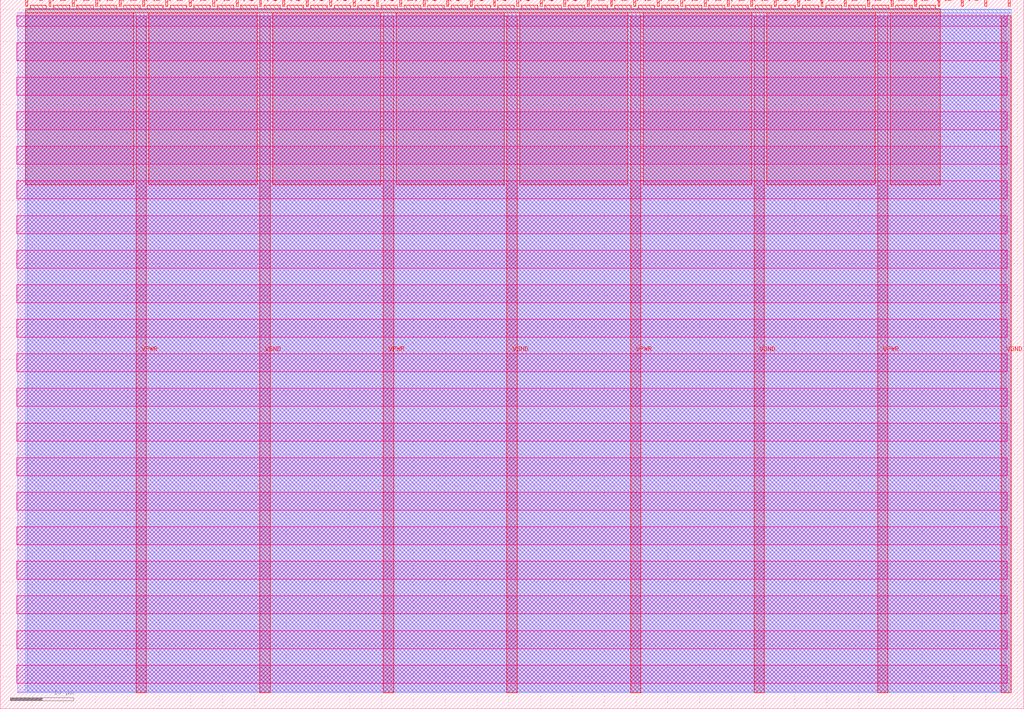
<source format=lef>
VERSION 5.7 ;
  NOWIREEXTENSIONATPIN ON ;
  DIVIDERCHAR "/" ;
  BUSBITCHARS "[]" ;
MACRO tt_um_hpretl_tt06_tdc_v2
  CLASS BLOCK ;
  FOREIGN tt_um_hpretl_tt06_tdc_v2 ;
  ORIGIN 0.000 0.000 ;
  SIZE 161.000 BY 111.520 ;
  PIN VGND
    DIRECTION INOUT ;
    USE GROUND ;
    PORT
      LAYER met4 ;
        RECT 40.830 2.480 42.430 109.040 ;
    END
    PORT
      LAYER met4 ;
        RECT 79.700 2.480 81.300 109.040 ;
    END
    PORT
      LAYER met4 ;
        RECT 118.570 2.480 120.170 109.040 ;
    END
    PORT
      LAYER met4 ;
        RECT 157.440 2.480 159.040 109.040 ;
    END
  END VGND
  PIN VPWR
    DIRECTION INOUT ;
    USE POWER ;
    PORT
      LAYER met4 ;
        RECT 21.395 2.480 22.995 109.040 ;
    END
    PORT
      LAYER met4 ;
        RECT 60.265 2.480 61.865 109.040 ;
    END
    PORT
      LAYER met4 ;
        RECT 99.135 2.480 100.735 109.040 ;
    END
    PORT
      LAYER met4 ;
        RECT 138.005 2.480 139.605 109.040 ;
    END
  END VPWR
  PIN clk
    DIRECTION INPUT ;
    USE SIGNAL ;
    PORT
      LAYER met4 ;
        RECT 154.870 110.520 155.170 111.520 ;
    END
  END clk
  PIN ena
    DIRECTION INPUT ;
    USE SIGNAL ;
    PORT
      LAYER met4 ;
        RECT 158.550 110.520 158.850 111.520 ;
    END
  END ena
  PIN rst_n
    DIRECTION INPUT ;
    USE SIGNAL ;
    PORT
      LAYER met4 ;
        RECT 151.190 110.520 151.490 111.520 ;
    END
  END rst_n
  PIN ui_in[0]
    DIRECTION INPUT ;
    USE SIGNAL ;
    ANTENNAGATEAREA 0.196500 ;
    PORT
      LAYER met4 ;
        RECT 147.510 110.520 147.810 111.520 ;
    END
  END ui_in[0]
  PIN ui_in[1]
    DIRECTION INPUT ;
    USE SIGNAL ;
    ANTENNAGATEAREA 0.196500 ;
    PORT
      LAYER met4 ;
        RECT 143.830 110.520 144.130 111.520 ;
    END
  END ui_in[1]
  PIN ui_in[2]
    DIRECTION INPUT ;
    USE SIGNAL ;
    ANTENNAGATEAREA 0.213000 ;
    PORT
      LAYER met4 ;
        RECT 140.150 110.520 140.450 111.520 ;
    END
  END ui_in[2]
  PIN ui_in[3]
    DIRECTION INPUT ;
    USE SIGNAL ;
    ANTENNAGATEAREA 0.196500 ;
    PORT
      LAYER met4 ;
        RECT 136.470 110.520 136.770 111.520 ;
    END
  END ui_in[3]
  PIN ui_in[4]
    DIRECTION INPUT ;
    USE SIGNAL ;
    ANTENNAGATEAREA 0.213000 ;
    PORT
      LAYER met4 ;
        RECT 132.790 110.520 133.090 111.520 ;
    END
  END ui_in[4]
  PIN ui_in[5]
    DIRECTION INPUT ;
    USE SIGNAL ;
    ANTENNAGATEAREA 0.196500 ;
    PORT
      LAYER met4 ;
        RECT 129.110 110.520 129.410 111.520 ;
    END
  END ui_in[5]
  PIN ui_in[6]
    DIRECTION INPUT ;
    USE SIGNAL ;
    PORT
      LAYER met4 ;
        RECT 125.430 110.520 125.730 111.520 ;
    END
  END ui_in[6]
  PIN ui_in[7]
    DIRECTION INPUT ;
    USE SIGNAL ;
    PORT
      LAYER met4 ;
        RECT 121.750 110.520 122.050 111.520 ;
    END
  END ui_in[7]
  PIN uio_in[0]
    DIRECTION INPUT ;
    USE SIGNAL ;
    PORT
      LAYER met4 ;
        RECT 118.070 110.520 118.370 111.520 ;
    END
  END uio_in[0]
  PIN uio_in[1]
    DIRECTION INPUT ;
    USE SIGNAL ;
    PORT
      LAYER met4 ;
        RECT 114.390 110.520 114.690 111.520 ;
    END
  END uio_in[1]
  PIN uio_in[2]
    DIRECTION INPUT ;
    USE SIGNAL ;
    PORT
      LAYER met4 ;
        RECT 110.710 110.520 111.010 111.520 ;
    END
  END uio_in[2]
  PIN uio_in[3]
    DIRECTION INPUT ;
    USE SIGNAL ;
    PORT
      LAYER met4 ;
        RECT 107.030 110.520 107.330 111.520 ;
    END
  END uio_in[3]
  PIN uio_in[4]
    DIRECTION INPUT ;
    USE SIGNAL ;
    PORT
      LAYER met4 ;
        RECT 103.350 110.520 103.650 111.520 ;
    END
  END uio_in[4]
  PIN uio_in[5]
    DIRECTION INPUT ;
    USE SIGNAL ;
    PORT
      LAYER met4 ;
        RECT 99.670 110.520 99.970 111.520 ;
    END
  END uio_in[5]
  PIN uio_in[6]
    DIRECTION INPUT ;
    USE SIGNAL ;
    PORT
      LAYER met4 ;
        RECT 95.990 110.520 96.290 111.520 ;
    END
  END uio_in[6]
  PIN uio_in[7]
    DIRECTION INPUT ;
    USE SIGNAL ;
    PORT
      LAYER met4 ;
        RECT 92.310 110.520 92.610 111.520 ;
    END
  END uio_in[7]
  PIN uio_oe[0]
    DIRECTION OUTPUT TRISTATE ;
    USE SIGNAL ;
    PORT
      LAYER met4 ;
        RECT 29.750 110.520 30.050 111.520 ;
    END
  END uio_oe[0]
  PIN uio_oe[1]
    DIRECTION OUTPUT TRISTATE ;
    USE SIGNAL ;
    PORT
      LAYER met4 ;
        RECT 26.070 110.520 26.370 111.520 ;
    END
  END uio_oe[1]
  PIN uio_oe[2]
    DIRECTION OUTPUT TRISTATE ;
    USE SIGNAL ;
    PORT
      LAYER met4 ;
        RECT 22.390 110.520 22.690 111.520 ;
    END
  END uio_oe[2]
  PIN uio_oe[3]
    DIRECTION OUTPUT TRISTATE ;
    USE SIGNAL ;
    PORT
      LAYER met4 ;
        RECT 18.710 110.520 19.010 111.520 ;
    END
  END uio_oe[3]
  PIN uio_oe[4]
    DIRECTION OUTPUT TRISTATE ;
    USE SIGNAL ;
    PORT
      LAYER met4 ;
        RECT 15.030 110.520 15.330 111.520 ;
    END
  END uio_oe[4]
  PIN uio_oe[5]
    DIRECTION OUTPUT TRISTATE ;
    USE SIGNAL ;
    PORT
      LAYER met4 ;
        RECT 11.350 110.520 11.650 111.520 ;
    END
  END uio_oe[5]
  PIN uio_oe[6]
    DIRECTION OUTPUT TRISTATE ;
    USE SIGNAL ;
    PORT
      LAYER met4 ;
        RECT 7.670 110.520 7.970 111.520 ;
    END
  END uio_oe[6]
  PIN uio_oe[7]
    DIRECTION OUTPUT TRISTATE ;
    USE SIGNAL ;
    PORT
      LAYER met4 ;
        RECT 3.990 110.520 4.290 111.520 ;
    END
  END uio_oe[7]
  PIN uio_out[0]
    DIRECTION OUTPUT TRISTATE ;
    USE SIGNAL ;
    PORT
      LAYER met4 ;
        RECT 59.190 110.520 59.490 111.520 ;
    END
  END uio_out[0]
  PIN uio_out[1]
    DIRECTION OUTPUT TRISTATE ;
    USE SIGNAL ;
    PORT
      LAYER met4 ;
        RECT 55.510 110.520 55.810 111.520 ;
    END
  END uio_out[1]
  PIN uio_out[2]
    DIRECTION OUTPUT TRISTATE ;
    USE SIGNAL ;
    PORT
      LAYER met4 ;
        RECT 51.830 110.520 52.130 111.520 ;
    END
  END uio_out[2]
  PIN uio_out[3]
    DIRECTION OUTPUT TRISTATE ;
    USE SIGNAL ;
    PORT
      LAYER met4 ;
        RECT 48.150 110.520 48.450 111.520 ;
    END
  END uio_out[3]
  PIN uio_out[4]
    DIRECTION OUTPUT TRISTATE ;
    USE SIGNAL ;
    PORT
      LAYER met4 ;
        RECT 44.470 110.520 44.770 111.520 ;
    END
  END uio_out[4]
  PIN uio_out[5]
    DIRECTION OUTPUT TRISTATE ;
    USE SIGNAL ;
    PORT
      LAYER met4 ;
        RECT 40.790 110.520 41.090 111.520 ;
    END
  END uio_out[5]
  PIN uio_out[6]
    DIRECTION OUTPUT TRISTATE ;
    USE SIGNAL ;
    PORT
      LAYER met4 ;
        RECT 37.110 110.520 37.410 111.520 ;
    END
  END uio_out[6]
  PIN uio_out[7]
    DIRECTION OUTPUT TRISTATE ;
    USE SIGNAL ;
    PORT
      LAYER met4 ;
        RECT 33.430 110.520 33.730 111.520 ;
    END
  END uio_out[7]
  PIN uo_out[0]
    DIRECTION OUTPUT TRISTATE ;
    USE SIGNAL ;
    ANTENNADIFFAREA 0.891000 ;
    PORT
      LAYER met4 ;
        RECT 88.630 110.520 88.930 111.520 ;
    END
  END uo_out[0]
  PIN uo_out[1]
    DIRECTION OUTPUT TRISTATE ;
    USE SIGNAL ;
    ANTENNADIFFAREA 0.891000 ;
    PORT
      LAYER met4 ;
        RECT 84.950 110.520 85.250 111.520 ;
    END
  END uo_out[1]
  PIN uo_out[2]
    DIRECTION OUTPUT TRISTATE ;
    USE SIGNAL ;
    ANTENNADIFFAREA 0.891000 ;
    PORT
      LAYER met4 ;
        RECT 81.270 110.520 81.570 111.520 ;
    END
  END uo_out[2]
  PIN uo_out[3]
    DIRECTION OUTPUT TRISTATE ;
    USE SIGNAL ;
    ANTENNADIFFAREA 0.924000 ;
    PORT
      LAYER met4 ;
        RECT 77.590 110.520 77.890 111.520 ;
    END
  END uo_out[3]
  PIN uo_out[4]
    DIRECTION OUTPUT TRISTATE ;
    USE SIGNAL ;
    ANTENNADIFFAREA 0.891000 ;
    PORT
      LAYER met4 ;
        RECT 73.910 110.520 74.210 111.520 ;
    END
  END uo_out[4]
  PIN uo_out[5]
    DIRECTION OUTPUT TRISTATE ;
    USE SIGNAL ;
    ANTENNADIFFAREA 0.453750 ;
    PORT
      LAYER met4 ;
        RECT 70.230 110.520 70.530 111.520 ;
    END
  END uo_out[5]
  PIN uo_out[6]
    DIRECTION OUTPUT TRISTATE ;
    USE SIGNAL ;
    ANTENNADIFFAREA 0.891000 ;
    PORT
      LAYER met4 ;
        RECT 66.550 110.520 66.850 111.520 ;
    END
  END uo_out[6]
  PIN uo_out[7]
    DIRECTION OUTPUT TRISTATE ;
    USE SIGNAL ;
    ANTENNADIFFAREA 0.891000 ;
    PORT
      LAYER met4 ;
        RECT 62.870 110.520 63.170 111.520 ;
    END
  END uo_out[7]
  OBS
      LAYER nwell ;
        RECT 2.570 107.385 158.430 108.990 ;
        RECT 2.570 101.945 158.430 104.775 ;
        RECT 2.570 96.505 158.430 99.335 ;
        RECT 2.570 91.065 158.430 93.895 ;
        RECT 2.570 85.625 158.430 88.455 ;
        RECT 2.570 80.185 158.430 83.015 ;
        RECT 2.570 74.745 158.430 77.575 ;
        RECT 2.570 69.305 158.430 72.135 ;
        RECT 2.570 63.865 158.430 66.695 ;
        RECT 2.570 58.425 158.430 61.255 ;
        RECT 2.570 52.985 158.430 55.815 ;
        RECT 2.570 47.545 158.430 50.375 ;
        RECT 2.570 42.105 158.430 44.935 ;
        RECT 2.570 36.665 158.430 39.495 ;
        RECT 2.570 31.225 158.430 34.055 ;
        RECT 2.570 25.785 158.430 28.615 ;
        RECT 2.570 20.345 158.430 23.175 ;
        RECT 2.570 14.905 158.430 17.735 ;
        RECT 2.570 9.465 158.430 12.295 ;
        RECT 2.570 4.025 158.430 6.855 ;
      LAYER li1 ;
        RECT 2.760 2.635 158.240 108.885 ;
      LAYER met1 ;
        RECT 2.760 2.480 159.040 109.440 ;
      LAYER met2 ;
        RECT 4.230 2.535 159.010 110.005 ;
      LAYER met3 ;
        RECT 3.950 2.555 159.030 109.985 ;
      LAYER met4 ;
        RECT 4.690 110.120 7.270 110.650 ;
        RECT 8.370 110.120 10.950 110.650 ;
        RECT 12.050 110.120 14.630 110.650 ;
        RECT 15.730 110.120 18.310 110.650 ;
        RECT 19.410 110.120 21.990 110.650 ;
        RECT 23.090 110.120 25.670 110.650 ;
        RECT 26.770 110.120 29.350 110.650 ;
        RECT 30.450 110.120 33.030 110.650 ;
        RECT 34.130 110.120 36.710 110.650 ;
        RECT 37.810 110.120 40.390 110.650 ;
        RECT 41.490 110.120 44.070 110.650 ;
        RECT 45.170 110.120 47.750 110.650 ;
        RECT 48.850 110.120 51.430 110.650 ;
        RECT 52.530 110.120 55.110 110.650 ;
        RECT 56.210 110.120 58.790 110.650 ;
        RECT 59.890 110.120 62.470 110.650 ;
        RECT 63.570 110.120 66.150 110.650 ;
        RECT 67.250 110.120 69.830 110.650 ;
        RECT 70.930 110.120 73.510 110.650 ;
        RECT 74.610 110.120 77.190 110.650 ;
        RECT 78.290 110.120 80.870 110.650 ;
        RECT 81.970 110.120 84.550 110.650 ;
        RECT 85.650 110.120 88.230 110.650 ;
        RECT 89.330 110.120 91.910 110.650 ;
        RECT 93.010 110.120 95.590 110.650 ;
        RECT 96.690 110.120 99.270 110.650 ;
        RECT 100.370 110.120 102.950 110.650 ;
        RECT 104.050 110.120 106.630 110.650 ;
        RECT 107.730 110.120 110.310 110.650 ;
        RECT 111.410 110.120 113.990 110.650 ;
        RECT 115.090 110.120 117.670 110.650 ;
        RECT 118.770 110.120 121.350 110.650 ;
        RECT 122.450 110.120 125.030 110.650 ;
        RECT 126.130 110.120 128.710 110.650 ;
        RECT 129.810 110.120 132.390 110.650 ;
        RECT 133.490 110.120 136.070 110.650 ;
        RECT 137.170 110.120 139.750 110.650 ;
        RECT 140.850 110.120 143.430 110.650 ;
        RECT 144.530 110.120 147.110 110.650 ;
        RECT 3.975 109.440 147.825 110.120 ;
        RECT 3.975 82.455 20.995 109.440 ;
        RECT 23.395 82.455 40.430 109.440 ;
        RECT 42.830 82.455 59.865 109.440 ;
        RECT 62.265 82.455 79.300 109.440 ;
        RECT 81.700 82.455 98.735 109.440 ;
        RECT 101.135 82.455 118.170 109.440 ;
        RECT 120.570 82.455 137.605 109.440 ;
        RECT 140.005 82.455 147.825 109.440 ;
  END
END tt_um_hpretl_tt06_tdc_v2
END LIBRARY


</source>
